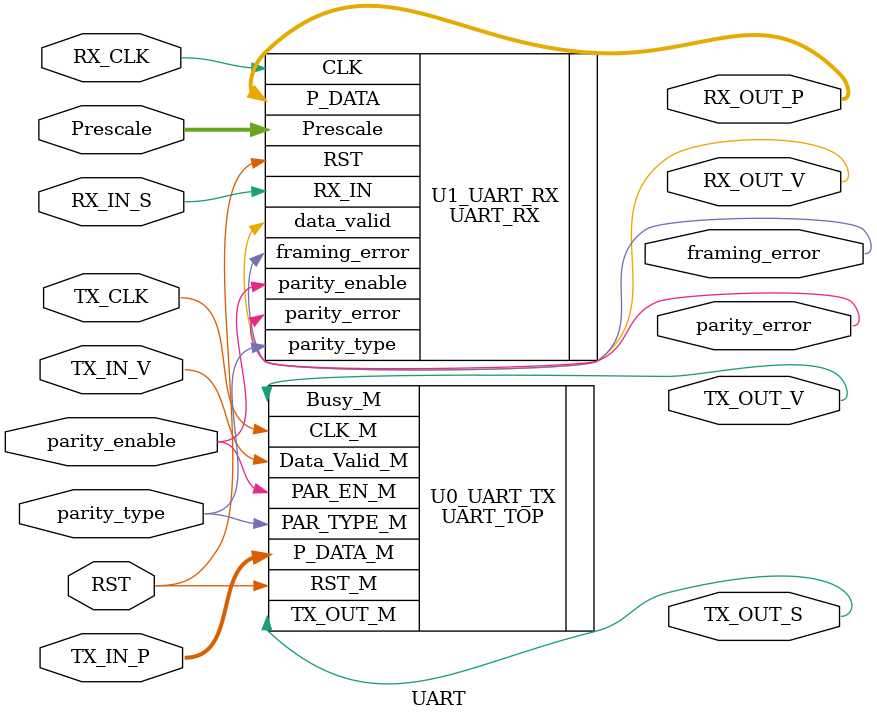
<source format=v>
module UART # ( parameter DATA_WIDTH = 8)
(
 input   wire                          RST,
 input   wire                          TX_CLK,
 input   wire                          RX_CLK,
 input   wire                          RX_IN_S,
 output  wire   [DATA_WIDTH-1:0]       RX_OUT_P, 
 output  wire                          RX_OUT_V,
 input   wire   [DATA_WIDTH-1:0]       TX_IN_P, 
 input   wire                          TX_IN_V, 
 output  wire                          TX_OUT_S,
 output  wire                          TX_OUT_V,  
 input   wire   [5:0]                  Prescale, 
 input   wire                          parity_enable,
 input   wire                          parity_type,
 output  wire                          parity_error,
 output  wire                          framing_error
);


UART_TOP U0_UART_TX (
.CLK_M(TX_CLK),
.RST_M(RST),
.P_DATA_M(TX_IN_P),
.Data_Valid_M(TX_IN_V),
.PAR_EN_M(parity_enable),
.PAR_TYPE_M(parity_type), 
.TX_OUT_M(TX_OUT_S),
.Busy_M(TX_OUT_V)
);
 
 
UART_RX U1_UART_RX (
.CLK(RX_CLK),
.RST(RST),
.RX_IN(RX_IN_S),
.Prescale(Prescale),
.parity_enable(parity_enable),
.parity_type(parity_type),
.P_DATA(RX_OUT_P), 
.data_valid(RX_OUT_V),
.parity_error(parity_error),
.framing_error(framing_error)
);
 



endmodule
 



</source>
